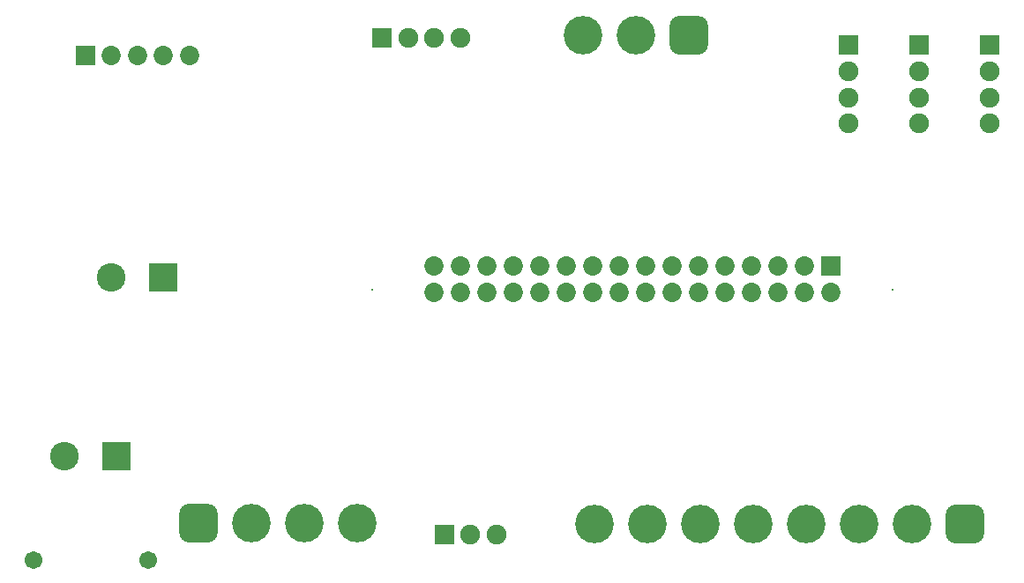
<source format=gbs>
G04*
G04 #@! TF.GenerationSoftware,Altium Limited,Altium Designer,20.0.12 (288)*
G04*
G04 Layer_Color=16711935*
%FSLAX44Y44*%
%MOMM*%
G71*
G01*
G75*
%ADD16C,1.9032*%
%ADD17R,1.8532X1.8532*%
%ADD18C,3.7032*%
G04:AMPARAMS|DCode=19|XSize=3.7032mm|YSize=3.7032mm|CornerRadius=0.9766mm|HoleSize=0mm|Usage=FLASHONLY|Rotation=0.000|XOffset=0mm|YOffset=0mm|HoleType=Round|Shape=RoundedRectangle|*
%AMROUNDEDRECTD19*
21,1,3.7032,1.7500,0,0,0.0*
21,1,1.7500,3.7032,0,0,0.0*
1,1,1.9532,0.8750,-0.8750*
1,1,1.9532,-0.8750,-0.8750*
1,1,1.9532,-0.8750,0.8750*
1,1,1.9532,0.8750,0.8750*
%
%ADD19ROUNDEDRECTD19*%
%ADD20R,1.8532X1.8532*%
%ADD21C,1.8532*%
%ADD22C,0.2032*%
%ADD23R,2.7532X2.7532*%
%ADD24C,2.7532*%
%ADD25C,1.7112*%
D16*
X993000Y450000D02*
D03*
Y475000D02*
D03*
Y500000D02*
D03*
X925000Y450000D02*
D03*
Y475000D02*
D03*
Y500000D02*
D03*
X857500Y450000D02*
D03*
Y475000D02*
D03*
Y500000D02*
D03*
X519500Y54500D02*
D03*
X494500D02*
D03*
X485000Y532500D02*
D03*
X460000D02*
D03*
X435000D02*
D03*
D17*
X993000Y525000D02*
D03*
X925000D02*
D03*
X857500D02*
D03*
D18*
X284250Y65500D02*
D03*
X335050D02*
D03*
X385850D02*
D03*
X715100Y65000D02*
D03*
X765900D02*
D03*
X664300D02*
D03*
X613500D02*
D03*
X918300D02*
D03*
X867500D02*
D03*
X816700D02*
D03*
X602972Y534587D02*
D03*
X653772D02*
D03*
D19*
X233450Y65500D02*
D03*
X969100Y65000D02*
D03*
X704572Y534587D02*
D03*
D20*
X125000Y515000D02*
D03*
X469500Y54500D02*
D03*
X410000Y532500D02*
D03*
X840500Y312700D02*
D03*
D21*
X150000Y515000D02*
D03*
X175000D02*
D03*
X200000D02*
D03*
X225000D02*
D03*
X815100Y312700D02*
D03*
X764300D02*
D03*
X713500D02*
D03*
X662700D02*
D03*
X611900D02*
D03*
X561100D02*
D03*
X510300D02*
D03*
X459500D02*
D03*
X815100Y287300D02*
D03*
X764300D02*
D03*
X713500D02*
D03*
X662700D02*
D03*
X611900D02*
D03*
X561100D02*
D03*
X510300D02*
D03*
X459500D02*
D03*
X840500D02*
D03*
X789700Y312700D02*
D03*
Y287300D02*
D03*
X738900Y312700D02*
D03*
Y287300D02*
D03*
X688100Y312700D02*
D03*
Y287300D02*
D03*
X637300Y312700D02*
D03*
Y287300D02*
D03*
X586500Y312700D02*
D03*
Y287300D02*
D03*
X535700Y312700D02*
D03*
Y287300D02*
D03*
X484900Y312700D02*
D03*
Y287300D02*
D03*
D22*
X400000Y290300D02*
D03*
X900000D02*
D03*
D23*
X155000Y130000D02*
D03*
X200000Y302000D02*
D03*
D24*
X105000Y130000D02*
D03*
X150000Y302000D02*
D03*
D25*
X75000Y30000D02*
D03*
X185000D02*
D03*
M02*

</source>
